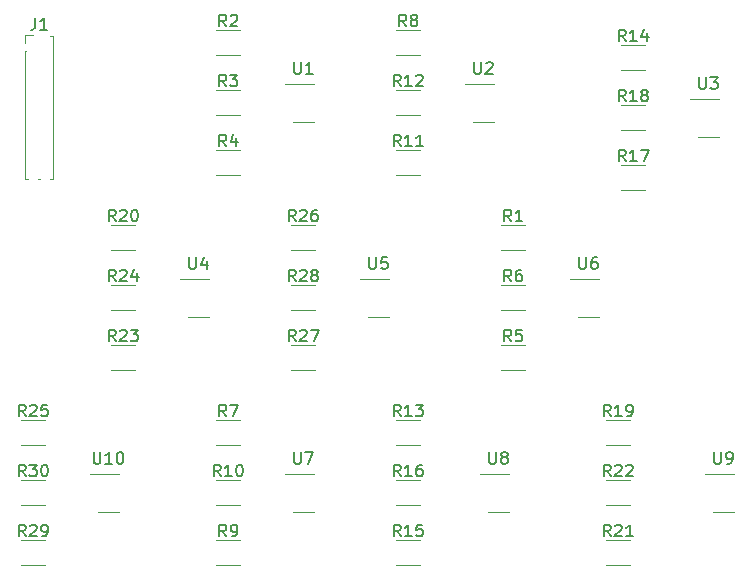
<source format=gbr>
G04 #@! TF.FileFunction,Legend,Top*
%FSLAX46Y46*%
G04 Gerber Fmt 4.6, Leading zero omitted, Abs format (unit mm)*
G04 Created by KiCad (PCBNEW 4.0.7) date 04/16/19 21:40:38*
%MOMM*%
%LPD*%
G01*
G04 APERTURE LIST*
%ADD10C,0.100000*%
%ADD11C,0.120000*%
%ADD12C,0.150000*%
G04 APERTURE END LIST*
D10*
D11*
X112320000Y-86490000D02*
X112635507Y-86490000D01*
X114424493Y-86490000D02*
X114740000Y-86490000D01*
X113424493Y-86490000D02*
X113635507Y-86490000D01*
X112320000Y-75615000D02*
X112320000Y-86490000D01*
X114740000Y-74370000D02*
X114740000Y-86490000D01*
X112320000Y-75615000D02*
X112421724Y-75615000D01*
X114424493Y-74370000D02*
X114740000Y-74370000D01*
X112320000Y-74930000D02*
X112320000Y-74245000D01*
X112320000Y-74245000D02*
X113030000Y-74245000D01*
X154670000Y-92510000D02*
X152670000Y-92510000D01*
X152670000Y-90370000D02*
X154670000Y-90370000D01*
X130540000Y-76000000D02*
X128540000Y-76000000D01*
X128540000Y-73860000D02*
X130540000Y-73860000D01*
X130540000Y-81080000D02*
X128540000Y-81080000D01*
X128540000Y-78940000D02*
X130540000Y-78940000D01*
X130540000Y-86160000D02*
X128540000Y-86160000D01*
X128540000Y-84020000D02*
X130540000Y-84020000D01*
X154670000Y-102670000D02*
X152670000Y-102670000D01*
X152670000Y-100530000D02*
X154670000Y-100530000D01*
X154670000Y-97590000D02*
X152670000Y-97590000D01*
X152670000Y-95450000D02*
X154670000Y-95450000D01*
X130540000Y-109020000D02*
X128540000Y-109020000D01*
X128540000Y-106880000D02*
X130540000Y-106880000D01*
X145780000Y-76000000D02*
X143780000Y-76000000D01*
X143780000Y-73860000D02*
X145780000Y-73860000D01*
X130540000Y-119180000D02*
X128540000Y-119180000D01*
X128540000Y-117040000D02*
X130540000Y-117040000D01*
X130540000Y-114100000D02*
X128540000Y-114100000D01*
X128540000Y-111960000D02*
X130540000Y-111960000D01*
X145780000Y-86160000D02*
X143780000Y-86160000D01*
X143780000Y-84020000D02*
X145780000Y-84020000D01*
X145780000Y-81080000D02*
X143780000Y-81080000D01*
X143780000Y-78940000D02*
X145780000Y-78940000D01*
X145780000Y-109020000D02*
X143780000Y-109020000D01*
X143780000Y-106880000D02*
X145780000Y-106880000D01*
X164830000Y-77270000D02*
X162830000Y-77270000D01*
X162830000Y-75130000D02*
X164830000Y-75130000D01*
X145780000Y-119180000D02*
X143780000Y-119180000D01*
X143780000Y-117040000D02*
X145780000Y-117040000D01*
X145780000Y-114100000D02*
X143780000Y-114100000D01*
X143780000Y-111960000D02*
X145780000Y-111960000D01*
X164830000Y-87430000D02*
X162830000Y-87430000D01*
X162830000Y-85290000D02*
X164830000Y-85290000D01*
X164830000Y-82350000D02*
X162830000Y-82350000D01*
X162830000Y-80210000D02*
X164830000Y-80210000D01*
X163560000Y-109020000D02*
X161560000Y-109020000D01*
X161560000Y-106880000D02*
X163560000Y-106880000D01*
X121650000Y-92510000D02*
X119650000Y-92510000D01*
X119650000Y-90370000D02*
X121650000Y-90370000D01*
X163560000Y-119180000D02*
X161560000Y-119180000D01*
X161560000Y-117040000D02*
X163560000Y-117040000D01*
X163560000Y-114100000D02*
X161560000Y-114100000D01*
X161560000Y-111960000D02*
X163560000Y-111960000D01*
X121650000Y-102670000D02*
X119650000Y-102670000D01*
X119650000Y-100530000D02*
X121650000Y-100530000D01*
X121650000Y-97590000D02*
X119650000Y-97590000D01*
X119650000Y-95450000D02*
X121650000Y-95450000D01*
X114030000Y-109020000D02*
X112030000Y-109020000D01*
X112030000Y-106880000D02*
X114030000Y-106880000D01*
X136890000Y-92510000D02*
X134890000Y-92510000D01*
X134890000Y-90370000D02*
X136890000Y-90370000D01*
X136890000Y-102670000D02*
X134890000Y-102670000D01*
X134890000Y-100530000D02*
X136890000Y-100530000D01*
X136890000Y-97590000D02*
X134890000Y-97590000D01*
X134890000Y-95450000D02*
X136890000Y-95450000D01*
X114030000Y-119180000D02*
X112030000Y-119180000D01*
X112030000Y-117040000D02*
X114030000Y-117040000D01*
X114030000Y-114100000D02*
X112030000Y-114100000D01*
X112030000Y-111960000D02*
X114030000Y-111960000D01*
X134990000Y-81620000D02*
X136790000Y-81620000D01*
X136790000Y-78400000D02*
X134340000Y-78400000D01*
X150230000Y-81620000D02*
X152030000Y-81620000D01*
X152030000Y-78400000D02*
X149580000Y-78400000D01*
X169280000Y-82890000D02*
X171080000Y-82890000D01*
X171080000Y-79670000D02*
X168630000Y-79670000D01*
X126100000Y-98130000D02*
X127900000Y-98130000D01*
X127900000Y-94910000D02*
X125450000Y-94910000D01*
X141340000Y-98130000D02*
X143140000Y-98130000D01*
X143140000Y-94910000D02*
X140690000Y-94910000D01*
X159120000Y-98130000D02*
X160920000Y-98130000D01*
X160920000Y-94910000D02*
X158470000Y-94910000D01*
X134990000Y-114640000D02*
X136790000Y-114640000D01*
X136790000Y-111420000D02*
X134340000Y-111420000D01*
X151500000Y-114640000D02*
X153300000Y-114640000D01*
X153300000Y-111420000D02*
X150850000Y-111420000D01*
X170550000Y-114640000D02*
X172350000Y-114640000D01*
X172350000Y-111420000D02*
X169900000Y-111420000D01*
X118480000Y-114640000D02*
X120280000Y-114640000D01*
X120280000Y-111420000D02*
X117830000Y-111420000D01*
D12*
X113196667Y-72822381D02*
X113196667Y-73536667D01*
X113149047Y-73679524D01*
X113053809Y-73774762D01*
X112910952Y-73822381D01*
X112815714Y-73822381D01*
X114196667Y-73822381D02*
X113625238Y-73822381D01*
X113910952Y-73822381D02*
X113910952Y-72822381D01*
X113815714Y-72965238D01*
X113720476Y-73060476D01*
X113625238Y-73108095D01*
X153503334Y-90042381D02*
X153170000Y-89566190D01*
X152931905Y-90042381D02*
X152931905Y-89042381D01*
X153312858Y-89042381D01*
X153408096Y-89090000D01*
X153455715Y-89137619D01*
X153503334Y-89232857D01*
X153503334Y-89375714D01*
X153455715Y-89470952D01*
X153408096Y-89518571D01*
X153312858Y-89566190D01*
X152931905Y-89566190D01*
X154455715Y-90042381D02*
X153884286Y-90042381D01*
X154170000Y-90042381D02*
X154170000Y-89042381D01*
X154074762Y-89185238D01*
X153979524Y-89280476D01*
X153884286Y-89328095D01*
X129373334Y-73532381D02*
X129040000Y-73056190D01*
X128801905Y-73532381D02*
X128801905Y-72532381D01*
X129182858Y-72532381D01*
X129278096Y-72580000D01*
X129325715Y-72627619D01*
X129373334Y-72722857D01*
X129373334Y-72865714D01*
X129325715Y-72960952D01*
X129278096Y-73008571D01*
X129182858Y-73056190D01*
X128801905Y-73056190D01*
X129754286Y-72627619D02*
X129801905Y-72580000D01*
X129897143Y-72532381D01*
X130135239Y-72532381D01*
X130230477Y-72580000D01*
X130278096Y-72627619D01*
X130325715Y-72722857D01*
X130325715Y-72818095D01*
X130278096Y-72960952D01*
X129706667Y-73532381D01*
X130325715Y-73532381D01*
X129373334Y-78612381D02*
X129040000Y-78136190D01*
X128801905Y-78612381D02*
X128801905Y-77612381D01*
X129182858Y-77612381D01*
X129278096Y-77660000D01*
X129325715Y-77707619D01*
X129373334Y-77802857D01*
X129373334Y-77945714D01*
X129325715Y-78040952D01*
X129278096Y-78088571D01*
X129182858Y-78136190D01*
X128801905Y-78136190D01*
X129706667Y-77612381D02*
X130325715Y-77612381D01*
X129992381Y-77993333D01*
X130135239Y-77993333D01*
X130230477Y-78040952D01*
X130278096Y-78088571D01*
X130325715Y-78183810D01*
X130325715Y-78421905D01*
X130278096Y-78517143D01*
X130230477Y-78564762D01*
X130135239Y-78612381D01*
X129849524Y-78612381D01*
X129754286Y-78564762D01*
X129706667Y-78517143D01*
X129373334Y-83692381D02*
X129040000Y-83216190D01*
X128801905Y-83692381D02*
X128801905Y-82692381D01*
X129182858Y-82692381D01*
X129278096Y-82740000D01*
X129325715Y-82787619D01*
X129373334Y-82882857D01*
X129373334Y-83025714D01*
X129325715Y-83120952D01*
X129278096Y-83168571D01*
X129182858Y-83216190D01*
X128801905Y-83216190D01*
X130230477Y-83025714D02*
X130230477Y-83692381D01*
X129992381Y-82644762D02*
X129754286Y-83359048D01*
X130373334Y-83359048D01*
X153503334Y-100202381D02*
X153170000Y-99726190D01*
X152931905Y-100202381D02*
X152931905Y-99202381D01*
X153312858Y-99202381D01*
X153408096Y-99250000D01*
X153455715Y-99297619D01*
X153503334Y-99392857D01*
X153503334Y-99535714D01*
X153455715Y-99630952D01*
X153408096Y-99678571D01*
X153312858Y-99726190D01*
X152931905Y-99726190D01*
X154408096Y-99202381D02*
X153931905Y-99202381D01*
X153884286Y-99678571D01*
X153931905Y-99630952D01*
X154027143Y-99583333D01*
X154265239Y-99583333D01*
X154360477Y-99630952D01*
X154408096Y-99678571D01*
X154455715Y-99773810D01*
X154455715Y-100011905D01*
X154408096Y-100107143D01*
X154360477Y-100154762D01*
X154265239Y-100202381D01*
X154027143Y-100202381D01*
X153931905Y-100154762D01*
X153884286Y-100107143D01*
X153503334Y-95122381D02*
X153170000Y-94646190D01*
X152931905Y-95122381D02*
X152931905Y-94122381D01*
X153312858Y-94122381D01*
X153408096Y-94170000D01*
X153455715Y-94217619D01*
X153503334Y-94312857D01*
X153503334Y-94455714D01*
X153455715Y-94550952D01*
X153408096Y-94598571D01*
X153312858Y-94646190D01*
X152931905Y-94646190D01*
X154360477Y-94122381D02*
X154170000Y-94122381D01*
X154074762Y-94170000D01*
X154027143Y-94217619D01*
X153931905Y-94360476D01*
X153884286Y-94550952D01*
X153884286Y-94931905D01*
X153931905Y-95027143D01*
X153979524Y-95074762D01*
X154074762Y-95122381D01*
X154265239Y-95122381D01*
X154360477Y-95074762D01*
X154408096Y-95027143D01*
X154455715Y-94931905D01*
X154455715Y-94693810D01*
X154408096Y-94598571D01*
X154360477Y-94550952D01*
X154265239Y-94503333D01*
X154074762Y-94503333D01*
X153979524Y-94550952D01*
X153931905Y-94598571D01*
X153884286Y-94693810D01*
X129373334Y-106552381D02*
X129040000Y-106076190D01*
X128801905Y-106552381D02*
X128801905Y-105552381D01*
X129182858Y-105552381D01*
X129278096Y-105600000D01*
X129325715Y-105647619D01*
X129373334Y-105742857D01*
X129373334Y-105885714D01*
X129325715Y-105980952D01*
X129278096Y-106028571D01*
X129182858Y-106076190D01*
X128801905Y-106076190D01*
X129706667Y-105552381D02*
X130373334Y-105552381D01*
X129944762Y-106552381D01*
X144613334Y-73532381D02*
X144280000Y-73056190D01*
X144041905Y-73532381D02*
X144041905Y-72532381D01*
X144422858Y-72532381D01*
X144518096Y-72580000D01*
X144565715Y-72627619D01*
X144613334Y-72722857D01*
X144613334Y-72865714D01*
X144565715Y-72960952D01*
X144518096Y-73008571D01*
X144422858Y-73056190D01*
X144041905Y-73056190D01*
X145184762Y-72960952D02*
X145089524Y-72913333D01*
X145041905Y-72865714D01*
X144994286Y-72770476D01*
X144994286Y-72722857D01*
X145041905Y-72627619D01*
X145089524Y-72580000D01*
X145184762Y-72532381D01*
X145375239Y-72532381D01*
X145470477Y-72580000D01*
X145518096Y-72627619D01*
X145565715Y-72722857D01*
X145565715Y-72770476D01*
X145518096Y-72865714D01*
X145470477Y-72913333D01*
X145375239Y-72960952D01*
X145184762Y-72960952D01*
X145089524Y-73008571D01*
X145041905Y-73056190D01*
X144994286Y-73151429D01*
X144994286Y-73341905D01*
X145041905Y-73437143D01*
X145089524Y-73484762D01*
X145184762Y-73532381D01*
X145375239Y-73532381D01*
X145470477Y-73484762D01*
X145518096Y-73437143D01*
X145565715Y-73341905D01*
X145565715Y-73151429D01*
X145518096Y-73056190D01*
X145470477Y-73008571D01*
X145375239Y-72960952D01*
X129373334Y-116712381D02*
X129040000Y-116236190D01*
X128801905Y-116712381D02*
X128801905Y-115712381D01*
X129182858Y-115712381D01*
X129278096Y-115760000D01*
X129325715Y-115807619D01*
X129373334Y-115902857D01*
X129373334Y-116045714D01*
X129325715Y-116140952D01*
X129278096Y-116188571D01*
X129182858Y-116236190D01*
X128801905Y-116236190D01*
X129849524Y-116712381D02*
X130040000Y-116712381D01*
X130135239Y-116664762D01*
X130182858Y-116617143D01*
X130278096Y-116474286D01*
X130325715Y-116283810D01*
X130325715Y-115902857D01*
X130278096Y-115807619D01*
X130230477Y-115760000D01*
X130135239Y-115712381D01*
X129944762Y-115712381D01*
X129849524Y-115760000D01*
X129801905Y-115807619D01*
X129754286Y-115902857D01*
X129754286Y-116140952D01*
X129801905Y-116236190D01*
X129849524Y-116283810D01*
X129944762Y-116331429D01*
X130135239Y-116331429D01*
X130230477Y-116283810D01*
X130278096Y-116236190D01*
X130325715Y-116140952D01*
X128897143Y-111632381D02*
X128563809Y-111156190D01*
X128325714Y-111632381D02*
X128325714Y-110632381D01*
X128706667Y-110632381D01*
X128801905Y-110680000D01*
X128849524Y-110727619D01*
X128897143Y-110822857D01*
X128897143Y-110965714D01*
X128849524Y-111060952D01*
X128801905Y-111108571D01*
X128706667Y-111156190D01*
X128325714Y-111156190D01*
X129849524Y-111632381D02*
X129278095Y-111632381D01*
X129563809Y-111632381D02*
X129563809Y-110632381D01*
X129468571Y-110775238D01*
X129373333Y-110870476D01*
X129278095Y-110918095D01*
X130468571Y-110632381D02*
X130563810Y-110632381D01*
X130659048Y-110680000D01*
X130706667Y-110727619D01*
X130754286Y-110822857D01*
X130801905Y-111013333D01*
X130801905Y-111251429D01*
X130754286Y-111441905D01*
X130706667Y-111537143D01*
X130659048Y-111584762D01*
X130563810Y-111632381D01*
X130468571Y-111632381D01*
X130373333Y-111584762D01*
X130325714Y-111537143D01*
X130278095Y-111441905D01*
X130230476Y-111251429D01*
X130230476Y-111013333D01*
X130278095Y-110822857D01*
X130325714Y-110727619D01*
X130373333Y-110680000D01*
X130468571Y-110632381D01*
X144137143Y-83692381D02*
X143803809Y-83216190D01*
X143565714Y-83692381D02*
X143565714Y-82692381D01*
X143946667Y-82692381D01*
X144041905Y-82740000D01*
X144089524Y-82787619D01*
X144137143Y-82882857D01*
X144137143Y-83025714D01*
X144089524Y-83120952D01*
X144041905Y-83168571D01*
X143946667Y-83216190D01*
X143565714Y-83216190D01*
X145089524Y-83692381D02*
X144518095Y-83692381D01*
X144803809Y-83692381D02*
X144803809Y-82692381D01*
X144708571Y-82835238D01*
X144613333Y-82930476D01*
X144518095Y-82978095D01*
X146041905Y-83692381D02*
X145470476Y-83692381D01*
X145756190Y-83692381D02*
X145756190Y-82692381D01*
X145660952Y-82835238D01*
X145565714Y-82930476D01*
X145470476Y-82978095D01*
X144137143Y-78612381D02*
X143803809Y-78136190D01*
X143565714Y-78612381D02*
X143565714Y-77612381D01*
X143946667Y-77612381D01*
X144041905Y-77660000D01*
X144089524Y-77707619D01*
X144137143Y-77802857D01*
X144137143Y-77945714D01*
X144089524Y-78040952D01*
X144041905Y-78088571D01*
X143946667Y-78136190D01*
X143565714Y-78136190D01*
X145089524Y-78612381D02*
X144518095Y-78612381D01*
X144803809Y-78612381D02*
X144803809Y-77612381D01*
X144708571Y-77755238D01*
X144613333Y-77850476D01*
X144518095Y-77898095D01*
X145470476Y-77707619D02*
X145518095Y-77660000D01*
X145613333Y-77612381D01*
X145851429Y-77612381D01*
X145946667Y-77660000D01*
X145994286Y-77707619D01*
X146041905Y-77802857D01*
X146041905Y-77898095D01*
X145994286Y-78040952D01*
X145422857Y-78612381D01*
X146041905Y-78612381D01*
X144137143Y-106552381D02*
X143803809Y-106076190D01*
X143565714Y-106552381D02*
X143565714Y-105552381D01*
X143946667Y-105552381D01*
X144041905Y-105600000D01*
X144089524Y-105647619D01*
X144137143Y-105742857D01*
X144137143Y-105885714D01*
X144089524Y-105980952D01*
X144041905Y-106028571D01*
X143946667Y-106076190D01*
X143565714Y-106076190D01*
X145089524Y-106552381D02*
X144518095Y-106552381D01*
X144803809Y-106552381D02*
X144803809Y-105552381D01*
X144708571Y-105695238D01*
X144613333Y-105790476D01*
X144518095Y-105838095D01*
X145422857Y-105552381D02*
X146041905Y-105552381D01*
X145708571Y-105933333D01*
X145851429Y-105933333D01*
X145946667Y-105980952D01*
X145994286Y-106028571D01*
X146041905Y-106123810D01*
X146041905Y-106361905D01*
X145994286Y-106457143D01*
X145946667Y-106504762D01*
X145851429Y-106552381D01*
X145565714Y-106552381D01*
X145470476Y-106504762D01*
X145422857Y-106457143D01*
X163187143Y-74802381D02*
X162853809Y-74326190D01*
X162615714Y-74802381D02*
X162615714Y-73802381D01*
X162996667Y-73802381D01*
X163091905Y-73850000D01*
X163139524Y-73897619D01*
X163187143Y-73992857D01*
X163187143Y-74135714D01*
X163139524Y-74230952D01*
X163091905Y-74278571D01*
X162996667Y-74326190D01*
X162615714Y-74326190D01*
X164139524Y-74802381D02*
X163568095Y-74802381D01*
X163853809Y-74802381D02*
X163853809Y-73802381D01*
X163758571Y-73945238D01*
X163663333Y-74040476D01*
X163568095Y-74088095D01*
X164996667Y-74135714D02*
X164996667Y-74802381D01*
X164758571Y-73754762D02*
X164520476Y-74469048D01*
X165139524Y-74469048D01*
X144137143Y-116712381D02*
X143803809Y-116236190D01*
X143565714Y-116712381D02*
X143565714Y-115712381D01*
X143946667Y-115712381D01*
X144041905Y-115760000D01*
X144089524Y-115807619D01*
X144137143Y-115902857D01*
X144137143Y-116045714D01*
X144089524Y-116140952D01*
X144041905Y-116188571D01*
X143946667Y-116236190D01*
X143565714Y-116236190D01*
X145089524Y-116712381D02*
X144518095Y-116712381D01*
X144803809Y-116712381D02*
X144803809Y-115712381D01*
X144708571Y-115855238D01*
X144613333Y-115950476D01*
X144518095Y-115998095D01*
X145994286Y-115712381D02*
X145518095Y-115712381D01*
X145470476Y-116188571D01*
X145518095Y-116140952D01*
X145613333Y-116093333D01*
X145851429Y-116093333D01*
X145946667Y-116140952D01*
X145994286Y-116188571D01*
X146041905Y-116283810D01*
X146041905Y-116521905D01*
X145994286Y-116617143D01*
X145946667Y-116664762D01*
X145851429Y-116712381D01*
X145613333Y-116712381D01*
X145518095Y-116664762D01*
X145470476Y-116617143D01*
X144137143Y-111632381D02*
X143803809Y-111156190D01*
X143565714Y-111632381D02*
X143565714Y-110632381D01*
X143946667Y-110632381D01*
X144041905Y-110680000D01*
X144089524Y-110727619D01*
X144137143Y-110822857D01*
X144137143Y-110965714D01*
X144089524Y-111060952D01*
X144041905Y-111108571D01*
X143946667Y-111156190D01*
X143565714Y-111156190D01*
X145089524Y-111632381D02*
X144518095Y-111632381D01*
X144803809Y-111632381D02*
X144803809Y-110632381D01*
X144708571Y-110775238D01*
X144613333Y-110870476D01*
X144518095Y-110918095D01*
X145946667Y-110632381D02*
X145756190Y-110632381D01*
X145660952Y-110680000D01*
X145613333Y-110727619D01*
X145518095Y-110870476D01*
X145470476Y-111060952D01*
X145470476Y-111441905D01*
X145518095Y-111537143D01*
X145565714Y-111584762D01*
X145660952Y-111632381D01*
X145851429Y-111632381D01*
X145946667Y-111584762D01*
X145994286Y-111537143D01*
X146041905Y-111441905D01*
X146041905Y-111203810D01*
X145994286Y-111108571D01*
X145946667Y-111060952D01*
X145851429Y-111013333D01*
X145660952Y-111013333D01*
X145565714Y-111060952D01*
X145518095Y-111108571D01*
X145470476Y-111203810D01*
X163187143Y-84962381D02*
X162853809Y-84486190D01*
X162615714Y-84962381D02*
X162615714Y-83962381D01*
X162996667Y-83962381D01*
X163091905Y-84010000D01*
X163139524Y-84057619D01*
X163187143Y-84152857D01*
X163187143Y-84295714D01*
X163139524Y-84390952D01*
X163091905Y-84438571D01*
X162996667Y-84486190D01*
X162615714Y-84486190D01*
X164139524Y-84962381D02*
X163568095Y-84962381D01*
X163853809Y-84962381D02*
X163853809Y-83962381D01*
X163758571Y-84105238D01*
X163663333Y-84200476D01*
X163568095Y-84248095D01*
X164472857Y-83962381D02*
X165139524Y-83962381D01*
X164710952Y-84962381D01*
X163187143Y-79882381D02*
X162853809Y-79406190D01*
X162615714Y-79882381D02*
X162615714Y-78882381D01*
X162996667Y-78882381D01*
X163091905Y-78930000D01*
X163139524Y-78977619D01*
X163187143Y-79072857D01*
X163187143Y-79215714D01*
X163139524Y-79310952D01*
X163091905Y-79358571D01*
X162996667Y-79406190D01*
X162615714Y-79406190D01*
X164139524Y-79882381D02*
X163568095Y-79882381D01*
X163853809Y-79882381D02*
X163853809Y-78882381D01*
X163758571Y-79025238D01*
X163663333Y-79120476D01*
X163568095Y-79168095D01*
X164710952Y-79310952D02*
X164615714Y-79263333D01*
X164568095Y-79215714D01*
X164520476Y-79120476D01*
X164520476Y-79072857D01*
X164568095Y-78977619D01*
X164615714Y-78930000D01*
X164710952Y-78882381D01*
X164901429Y-78882381D01*
X164996667Y-78930000D01*
X165044286Y-78977619D01*
X165091905Y-79072857D01*
X165091905Y-79120476D01*
X165044286Y-79215714D01*
X164996667Y-79263333D01*
X164901429Y-79310952D01*
X164710952Y-79310952D01*
X164615714Y-79358571D01*
X164568095Y-79406190D01*
X164520476Y-79501429D01*
X164520476Y-79691905D01*
X164568095Y-79787143D01*
X164615714Y-79834762D01*
X164710952Y-79882381D01*
X164901429Y-79882381D01*
X164996667Y-79834762D01*
X165044286Y-79787143D01*
X165091905Y-79691905D01*
X165091905Y-79501429D01*
X165044286Y-79406190D01*
X164996667Y-79358571D01*
X164901429Y-79310952D01*
X161917143Y-106552381D02*
X161583809Y-106076190D01*
X161345714Y-106552381D02*
X161345714Y-105552381D01*
X161726667Y-105552381D01*
X161821905Y-105600000D01*
X161869524Y-105647619D01*
X161917143Y-105742857D01*
X161917143Y-105885714D01*
X161869524Y-105980952D01*
X161821905Y-106028571D01*
X161726667Y-106076190D01*
X161345714Y-106076190D01*
X162869524Y-106552381D02*
X162298095Y-106552381D01*
X162583809Y-106552381D02*
X162583809Y-105552381D01*
X162488571Y-105695238D01*
X162393333Y-105790476D01*
X162298095Y-105838095D01*
X163345714Y-106552381D02*
X163536190Y-106552381D01*
X163631429Y-106504762D01*
X163679048Y-106457143D01*
X163774286Y-106314286D01*
X163821905Y-106123810D01*
X163821905Y-105742857D01*
X163774286Y-105647619D01*
X163726667Y-105600000D01*
X163631429Y-105552381D01*
X163440952Y-105552381D01*
X163345714Y-105600000D01*
X163298095Y-105647619D01*
X163250476Y-105742857D01*
X163250476Y-105980952D01*
X163298095Y-106076190D01*
X163345714Y-106123810D01*
X163440952Y-106171429D01*
X163631429Y-106171429D01*
X163726667Y-106123810D01*
X163774286Y-106076190D01*
X163821905Y-105980952D01*
X120007143Y-90042381D02*
X119673809Y-89566190D01*
X119435714Y-90042381D02*
X119435714Y-89042381D01*
X119816667Y-89042381D01*
X119911905Y-89090000D01*
X119959524Y-89137619D01*
X120007143Y-89232857D01*
X120007143Y-89375714D01*
X119959524Y-89470952D01*
X119911905Y-89518571D01*
X119816667Y-89566190D01*
X119435714Y-89566190D01*
X120388095Y-89137619D02*
X120435714Y-89090000D01*
X120530952Y-89042381D01*
X120769048Y-89042381D01*
X120864286Y-89090000D01*
X120911905Y-89137619D01*
X120959524Y-89232857D01*
X120959524Y-89328095D01*
X120911905Y-89470952D01*
X120340476Y-90042381D01*
X120959524Y-90042381D01*
X121578571Y-89042381D02*
X121673810Y-89042381D01*
X121769048Y-89090000D01*
X121816667Y-89137619D01*
X121864286Y-89232857D01*
X121911905Y-89423333D01*
X121911905Y-89661429D01*
X121864286Y-89851905D01*
X121816667Y-89947143D01*
X121769048Y-89994762D01*
X121673810Y-90042381D01*
X121578571Y-90042381D01*
X121483333Y-89994762D01*
X121435714Y-89947143D01*
X121388095Y-89851905D01*
X121340476Y-89661429D01*
X121340476Y-89423333D01*
X121388095Y-89232857D01*
X121435714Y-89137619D01*
X121483333Y-89090000D01*
X121578571Y-89042381D01*
X161917143Y-116712381D02*
X161583809Y-116236190D01*
X161345714Y-116712381D02*
X161345714Y-115712381D01*
X161726667Y-115712381D01*
X161821905Y-115760000D01*
X161869524Y-115807619D01*
X161917143Y-115902857D01*
X161917143Y-116045714D01*
X161869524Y-116140952D01*
X161821905Y-116188571D01*
X161726667Y-116236190D01*
X161345714Y-116236190D01*
X162298095Y-115807619D02*
X162345714Y-115760000D01*
X162440952Y-115712381D01*
X162679048Y-115712381D01*
X162774286Y-115760000D01*
X162821905Y-115807619D01*
X162869524Y-115902857D01*
X162869524Y-115998095D01*
X162821905Y-116140952D01*
X162250476Y-116712381D01*
X162869524Y-116712381D01*
X163821905Y-116712381D02*
X163250476Y-116712381D01*
X163536190Y-116712381D02*
X163536190Y-115712381D01*
X163440952Y-115855238D01*
X163345714Y-115950476D01*
X163250476Y-115998095D01*
X161917143Y-111632381D02*
X161583809Y-111156190D01*
X161345714Y-111632381D02*
X161345714Y-110632381D01*
X161726667Y-110632381D01*
X161821905Y-110680000D01*
X161869524Y-110727619D01*
X161917143Y-110822857D01*
X161917143Y-110965714D01*
X161869524Y-111060952D01*
X161821905Y-111108571D01*
X161726667Y-111156190D01*
X161345714Y-111156190D01*
X162298095Y-110727619D02*
X162345714Y-110680000D01*
X162440952Y-110632381D01*
X162679048Y-110632381D01*
X162774286Y-110680000D01*
X162821905Y-110727619D01*
X162869524Y-110822857D01*
X162869524Y-110918095D01*
X162821905Y-111060952D01*
X162250476Y-111632381D01*
X162869524Y-111632381D01*
X163250476Y-110727619D02*
X163298095Y-110680000D01*
X163393333Y-110632381D01*
X163631429Y-110632381D01*
X163726667Y-110680000D01*
X163774286Y-110727619D01*
X163821905Y-110822857D01*
X163821905Y-110918095D01*
X163774286Y-111060952D01*
X163202857Y-111632381D01*
X163821905Y-111632381D01*
X120007143Y-100202381D02*
X119673809Y-99726190D01*
X119435714Y-100202381D02*
X119435714Y-99202381D01*
X119816667Y-99202381D01*
X119911905Y-99250000D01*
X119959524Y-99297619D01*
X120007143Y-99392857D01*
X120007143Y-99535714D01*
X119959524Y-99630952D01*
X119911905Y-99678571D01*
X119816667Y-99726190D01*
X119435714Y-99726190D01*
X120388095Y-99297619D02*
X120435714Y-99250000D01*
X120530952Y-99202381D01*
X120769048Y-99202381D01*
X120864286Y-99250000D01*
X120911905Y-99297619D01*
X120959524Y-99392857D01*
X120959524Y-99488095D01*
X120911905Y-99630952D01*
X120340476Y-100202381D01*
X120959524Y-100202381D01*
X121292857Y-99202381D02*
X121911905Y-99202381D01*
X121578571Y-99583333D01*
X121721429Y-99583333D01*
X121816667Y-99630952D01*
X121864286Y-99678571D01*
X121911905Y-99773810D01*
X121911905Y-100011905D01*
X121864286Y-100107143D01*
X121816667Y-100154762D01*
X121721429Y-100202381D01*
X121435714Y-100202381D01*
X121340476Y-100154762D01*
X121292857Y-100107143D01*
X120007143Y-95122381D02*
X119673809Y-94646190D01*
X119435714Y-95122381D02*
X119435714Y-94122381D01*
X119816667Y-94122381D01*
X119911905Y-94170000D01*
X119959524Y-94217619D01*
X120007143Y-94312857D01*
X120007143Y-94455714D01*
X119959524Y-94550952D01*
X119911905Y-94598571D01*
X119816667Y-94646190D01*
X119435714Y-94646190D01*
X120388095Y-94217619D02*
X120435714Y-94170000D01*
X120530952Y-94122381D01*
X120769048Y-94122381D01*
X120864286Y-94170000D01*
X120911905Y-94217619D01*
X120959524Y-94312857D01*
X120959524Y-94408095D01*
X120911905Y-94550952D01*
X120340476Y-95122381D01*
X120959524Y-95122381D01*
X121816667Y-94455714D02*
X121816667Y-95122381D01*
X121578571Y-94074762D02*
X121340476Y-94789048D01*
X121959524Y-94789048D01*
X112387143Y-106552381D02*
X112053809Y-106076190D01*
X111815714Y-106552381D02*
X111815714Y-105552381D01*
X112196667Y-105552381D01*
X112291905Y-105600000D01*
X112339524Y-105647619D01*
X112387143Y-105742857D01*
X112387143Y-105885714D01*
X112339524Y-105980952D01*
X112291905Y-106028571D01*
X112196667Y-106076190D01*
X111815714Y-106076190D01*
X112768095Y-105647619D02*
X112815714Y-105600000D01*
X112910952Y-105552381D01*
X113149048Y-105552381D01*
X113244286Y-105600000D01*
X113291905Y-105647619D01*
X113339524Y-105742857D01*
X113339524Y-105838095D01*
X113291905Y-105980952D01*
X112720476Y-106552381D01*
X113339524Y-106552381D01*
X114244286Y-105552381D02*
X113768095Y-105552381D01*
X113720476Y-106028571D01*
X113768095Y-105980952D01*
X113863333Y-105933333D01*
X114101429Y-105933333D01*
X114196667Y-105980952D01*
X114244286Y-106028571D01*
X114291905Y-106123810D01*
X114291905Y-106361905D01*
X114244286Y-106457143D01*
X114196667Y-106504762D01*
X114101429Y-106552381D01*
X113863333Y-106552381D01*
X113768095Y-106504762D01*
X113720476Y-106457143D01*
X135247143Y-90042381D02*
X134913809Y-89566190D01*
X134675714Y-90042381D02*
X134675714Y-89042381D01*
X135056667Y-89042381D01*
X135151905Y-89090000D01*
X135199524Y-89137619D01*
X135247143Y-89232857D01*
X135247143Y-89375714D01*
X135199524Y-89470952D01*
X135151905Y-89518571D01*
X135056667Y-89566190D01*
X134675714Y-89566190D01*
X135628095Y-89137619D02*
X135675714Y-89090000D01*
X135770952Y-89042381D01*
X136009048Y-89042381D01*
X136104286Y-89090000D01*
X136151905Y-89137619D01*
X136199524Y-89232857D01*
X136199524Y-89328095D01*
X136151905Y-89470952D01*
X135580476Y-90042381D01*
X136199524Y-90042381D01*
X137056667Y-89042381D02*
X136866190Y-89042381D01*
X136770952Y-89090000D01*
X136723333Y-89137619D01*
X136628095Y-89280476D01*
X136580476Y-89470952D01*
X136580476Y-89851905D01*
X136628095Y-89947143D01*
X136675714Y-89994762D01*
X136770952Y-90042381D01*
X136961429Y-90042381D01*
X137056667Y-89994762D01*
X137104286Y-89947143D01*
X137151905Y-89851905D01*
X137151905Y-89613810D01*
X137104286Y-89518571D01*
X137056667Y-89470952D01*
X136961429Y-89423333D01*
X136770952Y-89423333D01*
X136675714Y-89470952D01*
X136628095Y-89518571D01*
X136580476Y-89613810D01*
X135247143Y-100202381D02*
X134913809Y-99726190D01*
X134675714Y-100202381D02*
X134675714Y-99202381D01*
X135056667Y-99202381D01*
X135151905Y-99250000D01*
X135199524Y-99297619D01*
X135247143Y-99392857D01*
X135247143Y-99535714D01*
X135199524Y-99630952D01*
X135151905Y-99678571D01*
X135056667Y-99726190D01*
X134675714Y-99726190D01*
X135628095Y-99297619D02*
X135675714Y-99250000D01*
X135770952Y-99202381D01*
X136009048Y-99202381D01*
X136104286Y-99250000D01*
X136151905Y-99297619D01*
X136199524Y-99392857D01*
X136199524Y-99488095D01*
X136151905Y-99630952D01*
X135580476Y-100202381D01*
X136199524Y-100202381D01*
X136532857Y-99202381D02*
X137199524Y-99202381D01*
X136770952Y-100202381D01*
X135247143Y-95122381D02*
X134913809Y-94646190D01*
X134675714Y-95122381D02*
X134675714Y-94122381D01*
X135056667Y-94122381D01*
X135151905Y-94170000D01*
X135199524Y-94217619D01*
X135247143Y-94312857D01*
X135247143Y-94455714D01*
X135199524Y-94550952D01*
X135151905Y-94598571D01*
X135056667Y-94646190D01*
X134675714Y-94646190D01*
X135628095Y-94217619D02*
X135675714Y-94170000D01*
X135770952Y-94122381D01*
X136009048Y-94122381D01*
X136104286Y-94170000D01*
X136151905Y-94217619D01*
X136199524Y-94312857D01*
X136199524Y-94408095D01*
X136151905Y-94550952D01*
X135580476Y-95122381D01*
X136199524Y-95122381D01*
X136770952Y-94550952D02*
X136675714Y-94503333D01*
X136628095Y-94455714D01*
X136580476Y-94360476D01*
X136580476Y-94312857D01*
X136628095Y-94217619D01*
X136675714Y-94170000D01*
X136770952Y-94122381D01*
X136961429Y-94122381D01*
X137056667Y-94170000D01*
X137104286Y-94217619D01*
X137151905Y-94312857D01*
X137151905Y-94360476D01*
X137104286Y-94455714D01*
X137056667Y-94503333D01*
X136961429Y-94550952D01*
X136770952Y-94550952D01*
X136675714Y-94598571D01*
X136628095Y-94646190D01*
X136580476Y-94741429D01*
X136580476Y-94931905D01*
X136628095Y-95027143D01*
X136675714Y-95074762D01*
X136770952Y-95122381D01*
X136961429Y-95122381D01*
X137056667Y-95074762D01*
X137104286Y-95027143D01*
X137151905Y-94931905D01*
X137151905Y-94741429D01*
X137104286Y-94646190D01*
X137056667Y-94598571D01*
X136961429Y-94550952D01*
X112387143Y-116712381D02*
X112053809Y-116236190D01*
X111815714Y-116712381D02*
X111815714Y-115712381D01*
X112196667Y-115712381D01*
X112291905Y-115760000D01*
X112339524Y-115807619D01*
X112387143Y-115902857D01*
X112387143Y-116045714D01*
X112339524Y-116140952D01*
X112291905Y-116188571D01*
X112196667Y-116236190D01*
X111815714Y-116236190D01*
X112768095Y-115807619D02*
X112815714Y-115760000D01*
X112910952Y-115712381D01*
X113149048Y-115712381D01*
X113244286Y-115760000D01*
X113291905Y-115807619D01*
X113339524Y-115902857D01*
X113339524Y-115998095D01*
X113291905Y-116140952D01*
X112720476Y-116712381D01*
X113339524Y-116712381D01*
X113815714Y-116712381D02*
X114006190Y-116712381D01*
X114101429Y-116664762D01*
X114149048Y-116617143D01*
X114244286Y-116474286D01*
X114291905Y-116283810D01*
X114291905Y-115902857D01*
X114244286Y-115807619D01*
X114196667Y-115760000D01*
X114101429Y-115712381D01*
X113910952Y-115712381D01*
X113815714Y-115760000D01*
X113768095Y-115807619D01*
X113720476Y-115902857D01*
X113720476Y-116140952D01*
X113768095Y-116236190D01*
X113815714Y-116283810D01*
X113910952Y-116331429D01*
X114101429Y-116331429D01*
X114196667Y-116283810D01*
X114244286Y-116236190D01*
X114291905Y-116140952D01*
X112387143Y-111632381D02*
X112053809Y-111156190D01*
X111815714Y-111632381D02*
X111815714Y-110632381D01*
X112196667Y-110632381D01*
X112291905Y-110680000D01*
X112339524Y-110727619D01*
X112387143Y-110822857D01*
X112387143Y-110965714D01*
X112339524Y-111060952D01*
X112291905Y-111108571D01*
X112196667Y-111156190D01*
X111815714Y-111156190D01*
X112720476Y-110632381D02*
X113339524Y-110632381D01*
X113006190Y-111013333D01*
X113149048Y-111013333D01*
X113244286Y-111060952D01*
X113291905Y-111108571D01*
X113339524Y-111203810D01*
X113339524Y-111441905D01*
X113291905Y-111537143D01*
X113244286Y-111584762D01*
X113149048Y-111632381D01*
X112863333Y-111632381D01*
X112768095Y-111584762D01*
X112720476Y-111537143D01*
X113958571Y-110632381D02*
X114053810Y-110632381D01*
X114149048Y-110680000D01*
X114196667Y-110727619D01*
X114244286Y-110822857D01*
X114291905Y-111013333D01*
X114291905Y-111251429D01*
X114244286Y-111441905D01*
X114196667Y-111537143D01*
X114149048Y-111584762D01*
X114053810Y-111632381D01*
X113958571Y-111632381D01*
X113863333Y-111584762D01*
X113815714Y-111537143D01*
X113768095Y-111441905D01*
X113720476Y-111251429D01*
X113720476Y-111013333D01*
X113768095Y-110822857D01*
X113815714Y-110727619D01*
X113863333Y-110680000D01*
X113958571Y-110632381D01*
X135128095Y-76562381D02*
X135128095Y-77371905D01*
X135175714Y-77467143D01*
X135223333Y-77514762D01*
X135318571Y-77562381D01*
X135509048Y-77562381D01*
X135604286Y-77514762D01*
X135651905Y-77467143D01*
X135699524Y-77371905D01*
X135699524Y-76562381D01*
X136699524Y-77562381D02*
X136128095Y-77562381D01*
X136413809Y-77562381D02*
X136413809Y-76562381D01*
X136318571Y-76705238D01*
X136223333Y-76800476D01*
X136128095Y-76848095D01*
X150368095Y-76562381D02*
X150368095Y-77371905D01*
X150415714Y-77467143D01*
X150463333Y-77514762D01*
X150558571Y-77562381D01*
X150749048Y-77562381D01*
X150844286Y-77514762D01*
X150891905Y-77467143D01*
X150939524Y-77371905D01*
X150939524Y-76562381D01*
X151368095Y-76657619D02*
X151415714Y-76610000D01*
X151510952Y-76562381D01*
X151749048Y-76562381D01*
X151844286Y-76610000D01*
X151891905Y-76657619D01*
X151939524Y-76752857D01*
X151939524Y-76848095D01*
X151891905Y-76990952D01*
X151320476Y-77562381D01*
X151939524Y-77562381D01*
X169418095Y-77832381D02*
X169418095Y-78641905D01*
X169465714Y-78737143D01*
X169513333Y-78784762D01*
X169608571Y-78832381D01*
X169799048Y-78832381D01*
X169894286Y-78784762D01*
X169941905Y-78737143D01*
X169989524Y-78641905D01*
X169989524Y-77832381D01*
X170370476Y-77832381D02*
X170989524Y-77832381D01*
X170656190Y-78213333D01*
X170799048Y-78213333D01*
X170894286Y-78260952D01*
X170941905Y-78308571D01*
X170989524Y-78403810D01*
X170989524Y-78641905D01*
X170941905Y-78737143D01*
X170894286Y-78784762D01*
X170799048Y-78832381D01*
X170513333Y-78832381D01*
X170418095Y-78784762D01*
X170370476Y-78737143D01*
X126238095Y-93072381D02*
X126238095Y-93881905D01*
X126285714Y-93977143D01*
X126333333Y-94024762D01*
X126428571Y-94072381D01*
X126619048Y-94072381D01*
X126714286Y-94024762D01*
X126761905Y-93977143D01*
X126809524Y-93881905D01*
X126809524Y-93072381D01*
X127714286Y-93405714D02*
X127714286Y-94072381D01*
X127476190Y-93024762D02*
X127238095Y-93739048D01*
X127857143Y-93739048D01*
X141478095Y-93072381D02*
X141478095Y-93881905D01*
X141525714Y-93977143D01*
X141573333Y-94024762D01*
X141668571Y-94072381D01*
X141859048Y-94072381D01*
X141954286Y-94024762D01*
X142001905Y-93977143D01*
X142049524Y-93881905D01*
X142049524Y-93072381D01*
X143001905Y-93072381D02*
X142525714Y-93072381D01*
X142478095Y-93548571D01*
X142525714Y-93500952D01*
X142620952Y-93453333D01*
X142859048Y-93453333D01*
X142954286Y-93500952D01*
X143001905Y-93548571D01*
X143049524Y-93643810D01*
X143049524Y-93881905D01*
X143001905Y-93977143D01*
X142954286Y-94024762D01*
X142859048Y-94072381D01*
X142620952Y-94072381D01*
X142525714Y-94024762D01*
X142478095Y-93977143D01*
X159258095Y-93072381D02*
X159258095Y-93881905D01*
X159305714Y-93977143D01*
X159353333Y-94024762D01*
X159448571Y-94072381D01*
X159639048Y-94072381D01*
X159734286Y-94024762D01*
X159781905Y-93977143D01*
X159829524Y-93881905D01*
X159829524Y-93072381D01*
X160734286Y-93072381D02*
X160543809Y-93072381D01*
X160448571Y-93120000D01*
X160400952Y-93167619D01*
X160305714Y-93310476D01*
X160258095Y-93500952D01*
X160258095Y-93881905D01*
X160305714Y-93977143D01*
X160353333Y-94024762D01*
X160448571Y-94072381D01*
X160639048Y-94072381D01*
X160734286Y-94024762D01*
X160781905Y-93977143D01*
X160829524Y-93881905D01*
X160829524Y-93643810D01*
X160781905Y-93548571D01*
X160734286Y-93500952D01*
X160639048Y-93453333D01*
X160448571Y-93453333D01*
X160353333Y-93500952D01*
X160305714Y-93548571D01*
X160258095Y-93643810D01*
X135128095Y-109582381D02*
X135128095Y-110391905D01*
X135175714Y-110487143D01*
X135223333Y-110534762D01*
X135318571Y-110582381D01*
X135509048Y-110582381D01*
X135604286Y-110534762D01*
X135651905Y-110487143D01*
X135699524Y-110391905D01*
X135699524Y-109582381D01*
X136080476Y-109582381D02*
X136747143Y-109582381D01*
X136318571Y-110582381D01*
X151638095Y-109582381D02*
X151638095Y-110391905D01*
X151685714Y-110487143D01*
X151733333Y-110534762D01*
X151828571Y-110582381D01*
X152019048Y-110582381D01*
X152114286Y-110534762D01*
X152161905Y-110487143D01*
X152209524Y-110391905D01*
X152209524Y-109582381D01*
X152828571Y-110010952D02*
X152733333Y-109963333D01*
X152685714Y-109915714D01*
X152638095Y-109820476D01*
X152638095Y-109772857D01*
X152685714Y-109677619D01*
X152733333Y-109630000D01*
X152828571Y-109582381D01*
X153019048Y-109582381D01*
X153114286Y-109630000D01*
X153161905Y-109677619D01*
X153209524Y-109772857D01*
X153209524Y-109820476D01*
X153161905Y-109915714D01*
X153114286Y-109963333D01*
X153019048Y-110010952D01*
X152828571Y-110010952D01*
X152733333Y-110058571D01*
X152685714Y-110106190D01*
X152638095Y-110201429D01*
X152638095Y-110391905D01*
X152685714Y-110487143D01*
X152733333Y-110534762D01*
X152828571Y-110582381D01*
X153019048Y-110582381D01*
X153114286Y-110534762D01*
X153161905Y-110487143D01*
X153209524Y-110391905D01*
X153209524Y-110201429D01*
X153161905Y-110106190D01*
X153114286Y-110058571D01*
X153019048Y-110010952D01*
X170688095Y-109582381D02*
X170688095Y-110391905D01*
X170735714Y-110487143D01*
X170783333Y-110534762D01*
X170878571Y-110582381D01*
X171069048Y-110582381D01*
X171164286Y-110534762D01*
X171211905Y-110487143D01*
X171259524Y-110391905D01*
X171259524Y-109582381D01*
X171783333Y-110582381D02*
X171973809Y-110582381D01*
X172069048Y-110534762D01*
X172116667Y-110487143D01*
X172211905Y-110344286D01*
X172259524Y-110153810D01*
X172259524Y-109772857D01*
X172211905Y-109677619D01*
X172164286Y-109630000D01*
X172069048Y-109582381D01*
X171878571Y-109582381D01*
X171783333Y-109630000D01*
X171735714Y-109677619D01*
X171688095Y-109772857D01*
X171688095Y-110010952D01*
X171735714Y-110106190D01*
X171783333Y-110153810D01*
X171878571Y-110201429D01*
X172069048Y-110201429D01*
X172164286Y-110153810D01*
X172211905Y-110106190D01*
X172259524Y-110010952D01*
X118141905Y-109582381D02*
X118141905Y-110391905D01*
X118189524Y-110487143D01*
X118237143Y-110534762D01*
X118332381Y-110582381D01*
X118522858Y-110582381D01*
X118618096Y-110534762D01*
X118665715Y-110487143D01*
X118713334Y-110391905D01*
X118713334Y-109582381D01*
X119713334Y-110582381D02*
X119141905Y-110582381D01*
X119427619Y-110582381D02*
X119427619Y-109582381D01*
X119332381Y-109725238D01*
X119237143Y-109820476D01*
X119141905Y-109868095D01*
X120332381Y-109582381D02*
X120427620Y-109582381D01*
X120522858Y-109630000D01*
X120570477Y-109677619D01*
X120618096Y-109772857D01*
X120665715Y-109963333D01*
X120665715Y-110201429D01*
X120618096Y-110391905D01*
X120570477Y-110487143D01*
X120522858Y-110534762D01*
X120427620Y-110582381D01*
X120332381Y-110582381D01*
X120237143Y-110534762D01*
X120189524Y-110487143D01*
X120141905Y-110391905D01*
X120094286Y-110201429D01*
X120094286Y-109963333D01*
X120141905Y-109772857D01*
X120189524Y-109677619D01*
X120237143Y-109630000D01*
X120332381Y-109582381D01*
M02*

</source>
